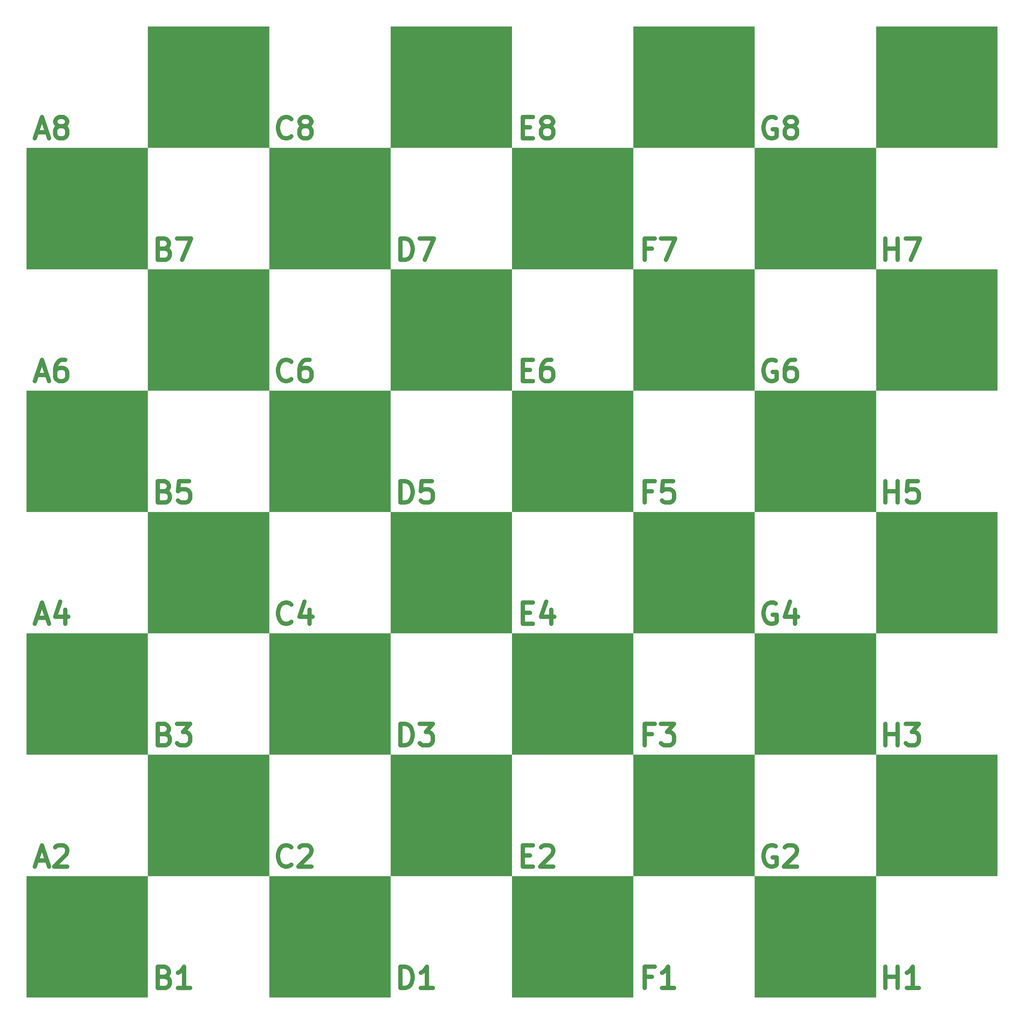
<source format=gbr>
%TF.GenerationSoftware,KiCad,Pcbnew,9.0.4*%
%TF.CreationDate,2025-09-19T10:35:46-04:00*%
%TF.ProjectId,tf_chess,74665f63-6865-4737-932e-6b696361645f,rev?*%
%TF.SameCoordinates,Original*%
%TF.FileFunction,Soldermask,Top*%
%TF.FilePolarity,Negative*%
%FSLAX46Y46*%
G04 Gerber Fmt 4.6, Leading zero omitted, Abs format (unit mm)*
G04 Created by KiCad (PCBNEW 9.0.4) date 2025-09-19 10:35:46*
%MOMM*%
%LPD*%
G01*
G04 APERTURE LIST*
%ADD10C,2.000000*%
G04 APERTURE END LIST*
D10*
X-44642857Y-287665047D02*
X-39880952Y-287665047D01*
X-45595238Y-290522190D02*
X-42261904Y-280522190D01*
X-42261904Y-280522190D02*
X-38928571Y-290522190D01*
X-36071428Y-281474571D02*
X-35595237Y-280998380D01*
X-35595237Y-280998380D02*
X-34642856Y-280522190D01*
X-34642856Y-280522190D02*
X-32261904Y-280522190D01*
X-32261904Y-280522190D02*
X-31309523Y-280998380D01*
X-31309523Y-280998380D02*
X-30833332Y-281474571D01*
X-30833332Y-281474571D02*
X-30357142Y-282426952D01*
X-30357142Y-282426952D02*
X-30357142Y-283379333D01*
X-30357142Y-283379333D02*
X-30833332Y-284807904D01*
X-30833332Y-284807904D02*
X-36547618Y-290522190D01*
X-36547618Y-290522190D02*
X-30357142Y-290522190D01*
X15452380Y-342284095D02*
X16880952Y-342760285D01*
X16880952Y-342760285D02*
X17357142Y-343236476D01*
X17357142Y-343236476D02*
X17833333Y-344188857D01*
X17833333Y-344188857D02*
X17833333Y-345617428D01*
X17833333Y-345617428D02*
X17357142Y-346569809D01*
X17357142Y-346569809D02*
X16880952Y-347046000D01*
X16880952Y-347046000D02*
X15928571Y-347522190D01*
X15928571Y-347522190D02*
X12119047Y-347522190D01*
X12119047Y-347522190D02*
X12119047Y-337522190D01*
X12119047Y-337522190D02*
X15452380Y-337522190D01*
X15452380Y-337522190D02*
X16404761Y-337998380D01*
X16404761Y-337998380D02*
X16880952Y-338474571D01*
X16880952Y-338474571D02*
X17357142Y-339426952D01*
X17357142Y-339426952D02*
X17357142Y-340379333D01*
X17357142Y-340379333D02*
X16880952Y-341331714D01*
X16880952Y-341331714D02*
X16404761Y-341807904D01*
X16404761Y-341807904D02*
X15452380Y-342284095D01*
X15452380Y-342284095D02*
X12119047Y-342284095D01*
X27357142Y-347522190D02*
X21642856Y-347522190D01*
X24499999Y-347522190D02*
X24499999Y-337522190D01*
X24499999Y-337522190D02*
X23547618Y-338950761D01*
X23547618Y-338950761D02*
X22595237Y-339903142D01*
X22595237Y-339903142D02*
X21642856Y-340379333D01*
X126119047Y-347522190D02*
X126119047Y-337522190D01*
X126119047Y-337522190D02*
X128499999Y-337522190D01*
X128499999Y-337522190D02*
X129928571Y-337998380D01*
X129928571Y-337998380D02*
X130880952Y-338950761D01*
X130880952Y-338950761D02*
X131357142Y-339903142D01*
X131357142Y-339903142D02*
X131833333Y-341807904D01*
X131833333Y-341807904D02*
X131833333Y-343236476D01*
X131833333Y-343236476D02*
X131357142Y-345141238D01*
X131357142Y-345141238D02*
X130880952Y-346093619D01*
X130880952Y-346093619D02*
X129928571Y-347046000D01*
X129928571Y-347046000D02*
X128499999Y-347522190D01*
X128499999Y-347522190D02*
X126119047Y-347522190D01*
X141357142Y-347522190D02*
X135642856Y-347522190D01*
X138499999Y-347522190D02*
X138499999Y-337522190D01*
X138499999Y-337522190D02*
X137547618Y-338950761D01*
X137547618Y-338950761D02*
X136595237Y-339903142D01*
X136595237Y-339903142D02*
X135642856Y-340379333D01*
X353880952Y-347522190D02*
X353880952Y-337522190D01*
X353880952Y-342284095D02*
X359595238Y-342284095D01*
X359595238Y-347522190D02*
X359595238Y-337522190D01*
X369595237Y-347522190D02*
X363880951Y-347522190D01*
X366738094Y-347522190D02*
X366738094Y-337522190D01*
X366738094Y-337522190D02*
X365785713Y-338950761D01*
X365785713Y-338950761D02*
X364833332Y-339903142D01*
X364833332Y-339903142D02*
X363880951Y-340379333D01*
X244166666Y-342284095D02*
X240833333Y-342284095D01*
X240833333Y-347522190D02*
X240833333Y-337522190D01*
X240833333Y-337522190D02*
X245595238Y-337522190D01*
X254642857Y-347522190D02*
X248928571Y-347522190D01*
X251785714Y-347522190D02*
X251785714Y-337522190D01*
X251785714Y-337522190D02*
X250833333Y-338950761D01*
X250833333Y-338950761D02*
X249880952Y-339903142D01*
X249880952Y-339903142D02*
X248928571Y-340379333D01*
X74833333Y-289569809D02*
X74357142Y-290046000D01*
X74357142Y-290046000D02*
X72928571Y-290522190D01*
X72928571Y-290522190D02*
X71976190Y-290522190D01*
X71976190Y-290522190D02*
X70547618Y-290046000D01*
X70547618Y-290046000D02*
X69595237Y-289093619D01*
X69595237Y-289093619D02*
X69119047Y-288141238D01*
X69119047Y-288141238D02*
X68642856Y-286236476D01*
X68642856Y-286236476D02*
X68642856Y-284807904D01*
X68642856Y-284807904D02*
X69119047Y-282903142D01*
X69119047Y-282903142D02*
X69595237Y-281950761D01*
X69595237Y-281950761D02*
X70547618Y-280998380D01*
X70547618Y-280998380D02*
X71976190Y-280522190D01*
X71976190Y-280522190D02*
X72928571Y-280522190D01*
X72928571Y-280522190D02*
X74357142Y-280998380D01*
X74357142Y-280998380D02*
X74833333Y-281474571D01*
X78642856Y-281474571D02*
X79119047Y-280998380D01*
X79119047Y-280998380D02*
X80071428Y-280522190D01*
X80071428Y-280522190D02*
X82452380Y-280522190D01*
X82452380Y-280522190D02*
X83404761Y-280998380D01*
X83404761Y-280998380D02*
X83880952Y-281474571D01*
X83880952Y-281474571D02*
X84357142Y-282426952D01*
X84357142Y-282426952D02*
X84357142Y-283379333D01*
X84357142Y-283379333D02*
X83880952Y-284807904D01*
X83880952Y-284807904D02*
X78166666Y-290522190D01*
X78166666Y-290522190D02*
X84357142Y-290522190D01*
X302357142Y-280998380D02*
X301404761Y-280522190D01*
X301404761Y-280522190D02*
X299976190Y-280522190D01*
X299976190Y-280522190D02*
X298547618Y-280998380D01*
X298547618Y-280998380D02*
X297595237Y-281950761D01*
X297595237Y-281950761D02*
X297119047Y-282903142D01*
X297119047Y-282903142D02*
X296642856Y-284807904D01*
X296642856Y-284807904D02*
X296642856Y-286236476D01*
X296642856Y-286236476D02*
X297119047Y-288141238D01*
X297119047Y-288141238D02*
X297595237Y-289093619D01*
X297595237Y-289093619D02*
X298547618Y-290046000D01*
X298547618Y-290046000D02*
X299976190Y-290522190D01*
X299976190Y-290522190D02*
X300928571Y-290522190D01*
X300928571Y-290522190D02*
X302357142Y-290046000D01*
X302357142Y-290046000D02*
X302833333Y-289569809D01*
X302833333Y-289569809D02*
X302833333Y-286236476D01*
X302833333Y-286236476D02*
X300928571Y-286236476D01*
X306642856Y-281474571D02*
X307119047Y-280998380D01*
X307119047Y-280998380D02*
X308071428Y-280522190D01*
X308071428Y-280522190D02*
X310452380Y-280522190D01*
X310452380Y-280522190D02*
X311404761Y-280998380D01*
X311404761Y-280998380D02*
X311880952Y-281474571D01*
X311880952Y-281474571D02*
X312357142Y-282426952D01*
X312357142Y-282426952D02*
X312357142Y-283379333D01*
X312357142Y-283379333D02*
X311880952Y-284807904D01*
X311880952Y-284807904D02*
X306166666Y-290522190D01*
X306166666Y-290522190D02*
X312357142Y-290522190D01*
X183595238Y-285284095D02*
X186928571Y-285284095D01*
X188357143Y-290522190D02*
X183595238Y-290522190D01*
X183595238Y-290522190D02*
X183595238Y-280522190D01*
X183595238Y-280522190D02*
X188357143Y-280522190D01*
X192166666Y-281474571D02*
X192642857Y-280998380D01*
X192642857Y-280998380D02*
X193595238Y-280522190D01*
X193595238Y-280522190D02*
X195976190Y-280522190D01*
X195976190Y-280522190D02*
X196928571Y-280998380D01*
X196928571Y-280998380D02*
X197404762Y-281474571D01*
X197404762Y-281474571D02*
X197880952Y-282426952D01*
X197880952Y-282426952D02*
X197880952Y-283379333D01*
X197880952Y-283379333D02*
X197404762Y-284807904D01*
X197404762Y-284807904D02*
X191690476Y-290522190D01*
X191690476Y-290522190D02*
X197880952Y-290522190D01*
X15452380Y-228284095D02*
X16880952Y-228760285D01*
X16880952Y-228760285D02*
X17357142Y-229236476D01*
X17357142Y-229236476D02*
X17833333Y-230188857D01*
X17833333Y-230188857D02*
X17833333Y-231617428D01*
X17833333Y-231617428D02*
X17357142Y-232569809D01*
X17357142Y-232569809D02*
X16880952Y-233046000D01*
X16880952Y-233046000D02*
X15928571Y-233522190D01*
X15928571Y-233522190D02*
X12119047Y-233522190D01*
X12119047Y-233522190D02*
X12119047Y-223522190D01*
X12119047Y-223522190D02*
X15452380Y-223522190D01*
X15452380Y-223522190D02*
X16404761Y-223998380D01*
X16404761Y-223998380D02*
X16880952Y-224474571D01*
X16880952Y-224474571D02*
X17357142Y-225426952D01*
X17357142Y-225426952D02*
X17357142Y-226379333D01*
X17357142Y-226379333D02*
X16880952Y-227331714D01*
X16880952Y-227331714D02*
X16404761Y-227807904D01*
X16404761Y-227807904D02*
X15452380Y-228284095D01*
X15452380Y-228284095D02*
X12119047Y-228284095D01*
X21166666Y-223522190D02*
X27357142Y-223522190D01*
X27357142Y-223522190D02*
X24023809Y-227331714D01*
X24023809Y-227331714D02*
X25452380Y-227331714D01*
X25452380Y-227331714D02*
X26404761Y-227807904D01*
X26404761Y-227807904D02*
X26880952Y-228284095D01*
X26880952Y-228284095D02*
X27357142Y-229236476D01*
X27357142Y-229236476D02*
X27357142Y-231617428D01*
X27357142Y-231617428D02*
X26880952Y-232569809D01*
X26880952Y-232569809D02*
X26404761Y-233046000D01*
X26404761Y-233046000D02*
X25452380Y-233522190D01*
X25452380Y-233522190D02*
X22595237Y-233522190D01*
X22595237Y-233522190D02*
X21642856Y-233046000D01*
X21642856Y-233046000D02*
X21166666Y-232569809D01*
X74833333Y52430190D02*
X74357142Y51954000D01*
X74357142Y51954000D02*
X72928571Y51477809D01*
X72928571Y51477809D02*
X71976190Y51477809D01*
X71976190Y51477809D02*
X70547618Y51954000D01*
X70547618Y51954000D02*
X69595237Y52906380D01*
X69595237Y52906380D02*
X69119047Y53858761D01*
X69119047Y53858761D02*
X68642856Y55763523D01*
X68642856Y55763523D02*
X68642856Y57192095D01*
X68642856Y57192095D02*
X69119047Y59096857D01*
X69119047Y59096857D02*
X69595237Y60049238D01*
X69595237Y60049238D02*
X70547618Y61001619D01*
X70547618Y61001619D02*
X71976190Y61477809D01*
X71976190Y61477809D02*
X72928571Y61477809D01*
X72928571Y61477809D02*
X74357142Y61001619D01*
X74357142Y61001619D02*
X74833333Y60525428D01*
X80547618Y57192095D02*
X79595237Y57668285D01*
X79595237Y57668285D02*
X79119047Y58144476D01*
X79119047Y58144476D02*
X78642856Y59096857D01*
X78642856Y59096857D02*
X78642856Y59573047D01*
X78642856Y59573047D02*
X79119047Y60525428D01*
X79119047Y60525428D02*
X79595237Y61001619D01*
X79595237Y61001619D02*
X80547618Y61477809D01*
X80547618Y61477809D02*
X82452380Y61477809D01*
X82452380Y61477809D02*
X83404761Y61001619D01*
X83404761Y61001619D02*
X83880952Y60525428D01*
X83880952Y60525428D02*
X84357142Y59573047D01*
X84357142Y59573047D02*
X84357142Y59096857D01*
X84357142Y59096857D02*
X83880952Y58144476D01*
X83880952Y58144476D02*
X83404761Y57668285D01*
X83404761Y57668285D02*
X82452380Y57192095D01*
X82452380Y57192095D02*
X80547618Y57192095D01*
X80547618Y57192095D02*
X79595237Y56715904D01*
X79595237Y56715904D02*
X79119047Y56239714D01*
X79119047Y56239714D02*
X78642856Y55287333D01*
X78642856Y55287333D02*
X78642856Y53382571D01*
X78642856Y53382571D02*
X79119047Y52430190D01*
X79119047Y52430190D02*
X79595237Y51954000D01*
X79595237Y51954000D02*
X80547618Y51477809D01*
X80547618Y51477809D02*
X82452380Y51477809D01*
X82452380Y51477809D02*
X83404761Y51954000D01*
X83404761Y51954000D02*
X83880952Y52430190D01*
X83880952Y52430190D02*
X84357142Y53382571D01*
X84357142Y53382571D02*
X84357142Y55287333D01*
X84357142Y55287333D02*
X83880952Y56239714D01*
X83880952Y56239714D02*
X83404761Y56715904D01*
X83404761Y56715904D02*
X82452380Y57192095D01*
X353880952Y-5522190D02*
X353880952Y4477809D01*
X353880952Y-284095D02*
X359595238Y-284095D01*
X359595238Y-5522190D02*
X359595238Y4477809D01*
X363404761Y4477809D02*
X370071428Y4477809D01*
X370071428Y4477809D02*
X365785713Y-5522190D01*
X302357142Y61001619D02*
X301404761Y61477809D01*
X301404761Y61477809D02*
X299976190Y61477809D01*
X299976190Y61477809D02*
X298547618Y61001619D01*
X298547618Y61001619D02*
X297595237Y60049238D01*
X297595237Y60049238D02*
X297119047Y59096857D01*
X297119047Y59096857D02*
X296642856Y57192095D01*
X296642856Y57192095D02*
X296642856Y55763523D01*
X296642856Y55763523D02*
X297119047Y53858761D01*
X297119047Y53858761D02*
X297595237Y52906380D01*
X297595237Y52906380D02*
X298547618Y51954000D01*
X298547618Y51954000D02*
X299976190Y51477809D01*
X299976190Y51477809D02*
X300928571Y51477809D01*
X300928571Y51477809D02*
X302357142Y51954000D01*
X302357142Y51954000D02*
X302833333Y52430190D01*
X302833333Y52430190D02*
X302833333Y55763523D01*
X302833333Y55763523D02*
X300928571Y55763523D01*
X308547618Y57192095D02*
X307595237Y57668285D01*
X307595237Y57668285D02*
X307119047Y58144476D01*
X307119047Y58144476D02*
X306642856Y59096857D01*
X306642856Y59096857D02*
X306642856Y59573047D01*
X306642856Y59573047D02*
X307119047Y60525428D01*
X307119047Y60525428D02*
X307595237Y61001619D01*
X307595237Y61001619D02*
X308547618Y61477809D01*
X308547618Y61477809D02*
X310452380Y61477809D01*
X310452380Y61477809D02*
X311404761Y61001619D01*
X311404761Y61001619D02*
X311880952Y60525428D01*
X311880952Y60525428D02*
X312357142Y59573047D01*
X312357142Y59573047D02*
X312357142Y59096857D01*
X312357142Y59096857D02*
X311880952Y58144476D01*
X311880952Y58144476D02*
X311404761Y57668285D01*
X311404761Y57668285D02*
X310452380Y57192095D01*
X310452380Y57192095D02*
X308547618Y57192095D01*
X308547618Y57192095D02*
X307595237Y56715904D01*
X307595237Y56715904D02*
X307119047Y56239714D01*
X307119047Y56239714D02*
X306642856Y55287333D01*
X306642856Y55287333D02*
X306642856Y53382571D01*
X306642856Y53382571D02*
X307119047Y52430190D01*
X307119047Y52430190D02*
X307595237Y51954000D01*
X307595237Y51954000D02*
X308547618Y51477809D01*
X308547618Y51477809D02*
X310452380Y51477809D01*
X310452380Y51477809D02*
X311404761Y51954000D01*
X311404761Y51954000D02*
X311880952Y52430190D01*
X311880952Y52430190D02*
X312357142Y53382571D01*
X312357142Y53382571D02*
X312357142Y55287333D01*
X312357142Y55287333D02*
X311880952Y56239714D01*
X311880952Y56239714D02*
X311404761Y56715904D01*
X311404761Y56715904D02*
X310452380Y57192095D01*
X183595238Y56715904D02*
X186928571Y56715904D01*
X188357143Y51477809D02*
X183595238Y51477809D01*
X183595238Y51477809D02*
X183595238Y61477809D01*
X183595238Y61477809D02*
X188357143Y61477809D01*
X194071428Y57192095D02*
X193119047Y57668285D01*
X193119047Y57668285D02*
X192642857Y58144476D01*
X192642857Y58144476D02*
X192166666Y59096857D01*
X192166666Y59096857D02*
X192166666Y59573047D01*
X192166666Y59573047D02*
X192642857Y60525428D01*
X192642857Y60525428D02*
X193119047Y61001619D01*
X193119047Y61001619D02*
X194071428Y61477809D01*
X194071428Y61477809D02*
X195976190Y61477809D01*
X195976190Y61477809D02*
X196928571Y61001619D01*
X196928571Y61001619D02*
X197404762Y60525428D01*
X197404762Y60525428D02*
X197880952Y59573047D01*
X197880952Y59573047D02*
X197880952Y59096857D01*
X197880952Y59096857D02*
X197404762Y58144476D01*
X197404762Y58144476D02*
X196928571Y57668285D01*
X196928571Y57668285D02*
X195976190Y57192095D01*
X195976190Y57192095D02*
X194071428Y57192095D01*
X194071428Y57192095D02*
X193119047Y56715904D01*
X193119047Y56715904D02*
X192642857Y56239714D01*
X192642857Y56239714D02*
X192166666Y55287333D01*
X192166666Y55287333D02*
X192166666Y53382571D01*
X192166666Y53382571D02*
X192642857Y52430190D01*
X192642857Y52430190D02*
X193119047Y51954000D01*
X193119047Y51954000D02*
X194071428Y51477809D01*
X194071428Y51477809D02*
X195976190Y51477809D01*
X195976190Y51477809D02*
X196928571Y51954000D01*
X196928571Y51954000D02*
X197404762Y52430190D01*
X197404762Y52430190D02*
X197880952Y53382571D01*
X197880952Y53382571D02*
X197880952Y55287333D01*
X197880952Y55287333D02*
X197404762Y56239714D01*
X197404762Y56239714D02*
X196928571Y56715904D01*
X196928571Y56715904D02*
X195976190Y57192095D01*
X-44642857Y54334952D02*
X-39880952Y54334952D01*
X-45595238Y51477809D02*
X-42261904Y61477809D01*
X-42261904Y61477809D02*
X-38928571Y51477809D01*
X-34166666Y57192095D02*
X-35119047Y57668285D01*
X-35119047Y57668285D02*
X-35595237Y58144476D01*
X-35595237Y58144476D02*
X-36071428Y59096857D01*
X-36071428Y59096857D02*
X-36071428Y59573047D01*
X-36071428Y59573047D02*
X-35595237Y60525428D01*
X-35595237Y60525428D02*
X-35119047Y61001619D01*
X-35119047Y61001619D02*
X-34166666Y61477809D01*
X-34166666Y61477809D02*
X-32261904Y61477809D01*
X-32261904Y61477809D02*
X-31309523Y61001619D01*
X-31309523Y61001619D02*
X-30833332Y60525428D01*
X-30833332Y60525428D02*
X-30357142Y59573047D01*
X-30357142Y59573047D02*
X-30357142Y59096857D01*
X-30357142Y59096857D02*
X-30833332Y58144476D01*
X-30833332Y58144476D02*
X-31309523Y57668285D01*
X-31309523Y57668285D02*
X-32261904Y57192095D01*
X-32261904Y57192095D02*
X-34166666Y57192095D01*
X-34166666Y57192095D02*
X-35119047Y56715904D01*
X-35119047Y56715904D02*
X-35595237Y56239714D01*
X-35595237Y56239714D02*
X-36071428Y55287333D01*
X-36071428Y55287333D02*
X-36071428Y53382571D01*
X-36071428Y53382571D02*
X-35595237Y52430190D01*
X-35595237Y52430190D02*
X-35119047Y51954000D01*
X-35119047Y51954000D02*
X-34166666Y51477809D01*
X-34166666Y51477809D02*
X-32261904Y51477809D01*
X-32261904Y51477809D02*
X-31309523Y51954000D01*
X-31309523Y51954000D02*
X-30833332Y52430190D01*
X-30833332Y52430190D02*
X-30357142Y53382571D01*
X-30357142Y53382571D02*
X-30357142Y55287333D01*
X-30357142Y55287333D02*
X-30833332Y56239714D01*
X-30833332Y56239714D02*
X-31309523Y56715904D01*
X-31309523Y56715904D02*
X-32261904Y57192095D01*
G36*
X235500000Y104000000D02*
G01*
X292500000Y104000000D01*
X292500000Y47000000D01*
X235500000Y47000000D01*
X235500000Y104000000D01*
G37*
G36*
X349500000Y104000000D02*
G01*
X406500000Y104000000D01*
X406500000Y47000000D01*
X349500000Y47000000D01*
X349500000Y104000000D01*
G37*
G36*
X7500000Y104000000D02*
G01*
X64500000Y104000000D01*
X64500000Y47000000D01*
X7500000Y47000000D01*
X7500000Y104000000D01*
G37*
G36*
X178500000Y47000000D02*
G01*
X235500000Y47000000D01*
X235500000Y-10000000D01*
X178500000Y-10000000D01*
X178500000Y47000000D01*
G37*
G36*
X292500000Y47000000D02*
G01*
X349500000Y47000000D01*
X349500000Y-10000000D01*
X292500000Y-10000000D01*
X292500000Y47000000D01*
G37*
G36*
X235500000Y-10000000D02*
G01*
X292500000Y-10000000D01*
X292500000Y-67000000D01*
X235500000Y-67000000D01*
X235500000Y-10000000D01*
G37*
G36*
X64500000Y47000000D02*
G01*
X121500000Y47000000D01*
X121500000Y-10000000D01*
X64500000Y-10000000D01*
X64500000Y47000000D01*
G37*
G36*
X-49500000Y47000000D02*
G01*
X7500000Y47000000D01*
X7500000Y-10000000D01*
X-49500000Y-10000000D01*
X-49500000Y47000000D01*
G37*
G36*
X349500000Y-10000000D02*
G01*
X406500000Y-10000000D01*
X406500000Y-67000000D01*
X349500000Y-67000000D01*
X349500000Y-10000000D01*
G37*
G36*
X121500000Y104000000D02*
G01*
X178500000Y104000000D01*
X178500000Y47000000D01*
X121500000Y47000000D01*
X121500000Y104000000D01*
G37*
X126119047Y-5522190D02*
X126119047Y4477809D01*
X126119047Y4477809D02*
X128499999Y4477809D01*
X128499999Y4477809D02*
X129928571Y4001619D01*
X129928571Y4001619D02*
X130880952Y3049238D01*
X130880952Y3049238D02*
X131357142Y2096857D01*
X131357142Y2096857D02*
X131833333Y192095D01*
X131833333Y192095D02*
X131833333Y-1236476D01*
X131833333Y-1236476D02*
X131357142Y-3141238D01*
X131357142Y-3141238D02*
X130880952Y-4093619D01*
X130880952Y-4093619D02*
X129928571Y-5046000D01*
X129928571Y-5046000D02*
X128499999Y-5522190D01*
X128499999Y-5522190D02*
X126119047Y-5522190D01*
X135166666Y4477809D02*
X141833333Y4477809D01*
X141833333Y4477809D02*
X137547618Y-5522190D01*
X244166666Y-284095D02*
X240833333Y-284095D01*
X240833333Y-5522190D02*
X240833333Y4477809D01*
X240833333Y4477809D02*
X245595238Y4477809D01*
X248452381Y4477809D02*
X255119048Y4477809D01*
X255119048Y4477809D02*
X250833333Y-5522190D01*
X15452380Y-284095D02*
X16880952Y-760285D01*
X16880952Y-760285D02*
X17357142Y-1236476D01*
X17357142Y-1236476D02*
X17833333Y-2188857D01*
X17833333Y-2188857D02*
X17833333Y-3617428D01*
X17833333Y-3617428D02*
X17357142Y-4569809D01*
X17357142Y-4569809D02*
X16880952Y-5046000D01*
X16880952Y-5046000D02*
X15928571Y-5522190D01*
X15928571Y-5522190D02*
X12119047Y-5522190D01*
X12119047Y-5522190D02*
X12119047Y4477809D01*
X12119047Y4477809D02*
X15452380Y4477809D01*
X15452380Y4477809D02*
X16404761Y4001619D01*
X16404761Y4001619D02*
X16880952Y3525428D01*
X16880952Y3525428D02*
X17357142Y2573047D01*
X17357142Y2573047D02*
X17357142Y1620666D01*
X17357142Y1620666D02*
X16880952Y668285D01*
X16880952Y668285D02*
X16404761Y192095D01*
X16404761Y192095D02*
X15452380Y-284095D01*
X15452380Y-284095D02*
X12119047Y-284095D01*
X21166666Y4477809D02*
X27833333Y4477809D01*
X27833333Y4477809D02*
X23547618Y-5522190D01*
X302357142Y-52998380D02*
X301404761Y-52522190D01*
X301404761Y-52522190D02*
X299976190Y-52522190D01*
X299976190Y-52522190D02*
X298547618Y-52998380D01*
X298547618Y-52998380D02*
X297595237Y-53950761D01*
X297595237Y-53950761D02*
X297119047Y-54903142D01*
X297119047Y-54903142D02*
X296642856Y-56807904D01*
X296642856Y-56807904D02*
X296642856Y-58236476D01*
X296642856Y-58236476D02*
X297119047Y-60141238D01*
X297119047Y-60141238D02*
X297595237Y-61093619D01*
X297595237Y-61093619D02*
X298547618Y-62046000D01*
X298547618Y-62046000D02*
X299976190Y-62522190D01*
X299976190Y-62522190D02*
X300928571Y-62522190D01*
X300928571Y-62522190D02*
X302357142Y-62046000D01*
X302357142Y-62046000D02*
X302833333Y-61569809D01*
X302833333Y-61569809D02*
X302833333Y-58236476D01*
X302833333Y-58236476D02*
X300928571Y-58236476D01*
X311404761Y-52522190D02*
X309499999Y-52522190D01*
X309499999Y-52522190D02*
X308547618Y-52998380D01*
X308547618Y-52998380D02*
X308071428Y-53474571D01*
X308071428Y-53474571D02*
X307119047Y-54903142D01*
X307119047Y-54903142D02*
X306642856Y-56807904D01*
X306642856Y-56807904D02*
X306642856Y-60617428D01*
X306642856Y-60617428D02*
X307119047Y-61569809D01*
X307119047Y-61569809D02*
X307595237Y-62046000D01*
X307595237Y-62046000D02*
X308547618Y-62522190D01*
X308547618Y-62522190D02*
X310452380Y-62522190D01*
X310452380Y-62522190D02*
X311404761Y-62046000D01*
X311404761Y-62046000D02*
X311880952Y-61569809D01*
X311880952Y-61569809D02*
X312357142Y-60617428D01*
X312357142Y-60617428D02*
X312357142Y-58236476D01*
X312357142Y-58236476D02*
X311880952Y-57284095D01*
X311880952Y-57284095D02*
X311404761Y-56807904D01*
X311404761Y-56807904D02*
X310452380Y-56331714D01*
X310452380Y-56331714D02*
X308547618Y-56331714D01*
X308547618Y-56331714D02*
X307595237Y-56807904D01*
X307595237Y-56807904D02*
X307119047Y-57284095D01*
X307119047Y-57284095D02*
X306642856Y-58236476D01*
X183595238Y-57284095D02*
X186928571Y-57284095D01*
X188357143Y-62522190D02*
X183595238Y-62522190D01*
X183595238Y-62522190D02*
X183595238Y-52522190D01*
X183595238Y-52522190D02*
X188357143Y-52522190D01*
X196928571Y-52522190D02*
X195023809Y-52522190D01*
X195023809Y-52522190D02*
X194071428Y-52998380D01*
X194071428Y-52998380D02*
X193595238Y-53474571D01*
X193595238Y-53474571D02*
X192642857Y-54903142D01*
X192642857Y-54903142D02*
X192166666Y-56807904D01*
X192166666Y-56807904D02*
X192166666Y-60617428D01*
X192166666Y-60617428D02*
X192642857Y-61569809D01*
X192642857Y-61569809D02*
X193119047Y-62046000D01*
X193119047Y-62046000D02*
X194071428Y-62522190D01*
X194071428Y-62522190D02*
X195976190Y-62522190D01*
X195976190Y-62522190D02*
X196928571Y-62046000D01*
X196928571Y-62046000D02*
X197404762Y-61569809D01*
X197404762Y-61569809D02*
X197880952Y-60617428D01*
X197880952Y-60617428D02*
X197880952Y-58236476D01*
X197880952Y-58236476D02*
X197404762Y-57284095D01*
X197404762Y-57284095D02*
X196928571Y-56807904D01*
X196928571Y-56807904D02*
X195976190Y-56331714D01*
X195976190Y-56331714D02*
X194071428Y-56331714D01*
X194071428Y-56331714D02*
X193119047Y-56807904D01*
X193119047Y-56807904D02*
X192642857Y-57284095D01*
X192642857Y-57284095D02*
X192166666Y-58236476D01*
X-44642857Y-59665047D02*
X-39880952Y-59665047D01*
X-45595238Y-62522190D02*
X-42261904Y-52522190D01*
X-42261904Y-52522190D02*
X-38928571Y-62522190D01*
X-31309523Y-52522190D02*
X-33214285Y-52522190D01*
X-33214285Y-52522190D02*
X-34166666Y-52998380D01*
X-34166666Y-52998380D02*
X-34642856Y-53474571D01*
X-34642856Y-53474571D02*
X-35595237Y-54903142D01*
X-35595237Y-54903142D02*
X-36071428Y-56807904D01*
X-36071428Y-56807904D02*
X-36071428Y-60617428D01*
X-36071428Y-60617428D02*
X-35595237Y-61569809D01*
X-35595237Y-61569809D02*
X-35119047Y-62046000D01*
X-35119047Y-62046000D02*
X-34166666Y-62522190D01*
X-34166666Y-62522190D02*
X-32261904Y-62522190D01*
X-32261904Y-62522190D02*
X-31309523Y-62046000D01*
X-31309523Y-62046000D02*
X-30833332Y-61569809D01*
X-30833332Y-61569809D02*
X-30357142Y-60617428D01*
X-30357142Y-60617428D02*
X-30357142Y-58236476D01*
X-30357142Y-58236476D02*
X-30833332Y-57284095D01*
X-30833332Y-57284095D02*
X-31309523Y-56807904D01*
X-31309523Y-56807904D02*
X-32261904Y-56331714D01*
X-32261904Y-56331714D02*
X-34166666Y-56331714D01*
X-34166666Y-56331714D02*
X-35119047Y-56807904D01*
X-35119047Y-56807904D02*
X-35595237Y-57284095D01*
X-35595237Y-57284095D02*
X-36071428Y-58236476D01*
X244166666Y-114284095D02*
X240833333Y-114284095D01*
X240833333Y-119522190D02*
X240833333Y-109522190D01*
X240833333Y-109522190D02*
X245595238Y-109522190D01*
X254166667Y-109522190D02*
X249404762Y-109522190D01*
X249404762Y-109522190D02*
X248928571Y-114284095D01*
X248928571Y-114284095D02*
X249404762Y-113807904D01*
X249404762Y-113807904D02*
X250357143Y-113331714D01*
X250357143Y-113331714D02*
X252738095Y-113331714D01*
X252738095Y-113331714D02*
X253690476Y-113807904D01*
X253690476Y-113807904D02*
X254166667Y-114284095D01*
X254166667Y-114284095D02*
X254642857Y-115236476D01*
X254642857Y-115236476D02*
X254642857Y-117617428D01*
X254642857Y-117617428D02*
X254166667Y-118569809D01*
X254166667Y-118569809D02*
X253690476Y-119046000D01*
X253690476Y-119046000D02*
X252738095Y-119522190D01*
X252738095Y-119522190D02*
X250357143Y-119522190D01*
X250357143Y-119522190D02*
X249404762Y-119046000D01*
X249404762Y-119046000D02*
X248928571Y-118569809D01*
X74833333Y-61569809D02*
X74357142Y-62046000D01*
X74357142Y-62046000D02*
X72928571Y-62522190D01*
X72928571Y-62522190D02*
X71976190Y-62522190D01*
X71976190Y-62522190D02*
X70547618Y-62046000D01*
X70547618Y-62046000D02*
X69595237Y-61093619D01*
X69595237Y-61093619D02*
X69119047Y-60141238D01*
X69119047Y-60141238D02*
X68642856Y-58236476D01*
X68642856Y-58236476D02*
X68642856Y-56807904D01*
X68642856Y-56807904D02*
X69119047Y-54903142D01*
X69119047Y-54903142D02*
X69595237Y-53950761D01*
X69595237Y-53950761D02*
X70547618Y-52998380D01*
X70547618Y-52998380D02*
X71976190Y-52522190D01*
X71976190Y-52522190D02*
X72928571Y-52522190D01*
X72928571Y-52522190D02*
X74357142Y-52998380D01*
X74357142Y-52998380D02*
X74833333Y-53474571D01*
X83404761Y-52522190D02*
X81499999Y-52522190D01*
X81499999Y-52522190D02*
X80547618Y-52998380D01*
X80547618Y-52998380D02*
X80071428Y-53474571D01*
X80071428Y-53474571D02*
X79119047Y-54903142D01*
X79119047Y-54903142D02*
X78642856Y-56807904D01*
X78642856Y-56807904D02*
X78642856Y-60617428D01*
X78642856Y-60617428D02*
X79119047Y-61569809D01*
X79119047Y-61569809D02*
X79595237Y-62046000D01*
X79595237Y-62046000D02*
X80547618Y-62522190D01*
X80547618Y-62522190D02*
X82452380Y-62522190D01*
X82452380Y-62522190D02*
X83404761Y-62046000D01*
X83404761Y-62046000D02*
X83880952Y-61569809D01*
X83880952Y-61569809D02*
X84357142Y-60617428D01*
X84357142Y-60617428D02*
X84357142Y-58236476D01*
X84357142Y-58236476D02*
X83880952Y-57284095D01*
X83880952Y-57284095D02*
X83404761Y-56807904D01*
X83404761Y-56807904D02*
X82452380Y-56331714D01*
X82452380Y-56331714D02*
X80547618Y-56331714D01*
X80547618Y-56331714D02*
X79595237Y-56807904D01*
X79595237Y-56807904D02*
X79119047Y-57284095D01*
X79119047Y-57284095D02*
X78642856Y-58236476D01*
X15452380Y-114284095D02*
X16880952Y-114760285D01*
X16880952Y-114760285D02*
X17357142Y-115236476D01*
X17357142Y-115236476D02*
X17833333Y-116188857D01*
X17833333Y-116188857D02*
X17833333Y-117617428D01*
X17833333Y-117617428D02*
X17357142Y-118569809D01*
X17357142Y-118569809D02*
X16880952Y-119046000D01*
X16880952Y-119046000D02*
X15928571Y-119522190D01*
X15928571Y-119522190D02*
X12119047Y-119522190D01*
X12119047Y-119522190D02*
X12119047Y-109522190D01*
X12119047Y-109522190D02*
X15452380Y-109522190D01*
X15452380Y-109522190D02*
X16404761Y-109998380D01*
X16404761Y-109998380D02*
X16880952Y-110474571D01*
X16880952Y-110474571D02*
X17357142Y-111426952D01*
X17357142Y-111426952D02*
X17357142Y-112379333D01*
X17357142Y-112379333D02*
X16880952Y-113331714D01*
X16880952Y-113331714D02*
X16404761Y-113807904D01*
X16404761Y-113807904D02*
X15452380Y-114284095D01*
X15452380Y-114284095D02*
X12119047Y-114284095D01*
X26880952Y-109522190D02*
X22119047Y-109522190D01*
X22119047Y-109522190D02*
X21642856Y-114284095D01*
X21642856Y-114284095D02*
X22119047Y-113807904D01*
X22119047Y-113807904D02*
X23071428Y-113331714D01*
X23071428Y-113331714D02*
X25452380Y-113331714D01*
X25452380Y-113331714D02*
X26404761Y-113807904D01*
X26404761Y-113807904D02*
X26880952Y-114284095D01*
X26880952Y-114284095D02*
X27357142Y-115236476D01*
X27357142Y-115236476D02*
X27357142Y-117617428D01*
X27357142Y-117617428D02*
X26880952Y-118569809D01*
X26880952Y-118569809D02*
X26404761Y-119046000D01*
X26404761Y-119046000D02*
X25452380Y-119522190D01*
X25452380Y-119522190D02*
X23071428Y-119522190D01*
X23071428Y-119522190D02*
X22119047Y-119046000D01*
X22119047Y-119046000D02*
X21642856Y-118569809D01*
X353880952Y-119522190D02*
X353880952Y-109522190D01*
X353880952Y-114284095D02*
X359595238Y-114284095D01*
X359595238Y-119522190D02*
X359595238Y-109522190D01*
X369119047Y-109522190D02*
X364357142Y-109522190D01*
X364357142Y-109522190D02*
X363880951Y-114284095D01*
X363880951Y-114284095D02*
X364357142Y-113807904D01*
X364357142Y-113807904D02*
X365309523Y-113331714D01*
X365309523Y-113331714D02*
X367690475Y-113331714D01*
X367690475Y-113331714D02*
X368642856Y-113807904D01*
X368642856Y-113807904D02*
X369119047Y-114284095D01*
X369119047Y-114284095D02*
X369595237Y-115236476D01*
X369595237Y-115236476D02*
X369595237Y-117617428D01*
X369595237Y-117617428D02*
X369119047Y-118569809D01*
X369119047Y-118569809D02*
X368642856Y-119046000D01*
X368642856Y-119046000D02*
X367690475Y-119522190D01*
X367690475Y-119522190D02*
X365309523Y-119522190D01*
X365309523Y-119522190D02*
X364357142Y-119046000D01*
X364357142Y-119046000D02*
X363880951Y-118569809D01*
X126119047Y-119522190D02*
X126119047Y-109522190D01*
X126119047Y-109522190D02*
X128499999Y-109522190D01*
X128499999Y-109522190D02*
X129928571Y-109998380D01*
X129928571Y-109998380D02*
X130880952Y-110950761D01*
X130880952Y-110950761D02*
X131357142Y-111903142D01*
X131357142Y-111903142D02*
X131833333Y-113807904D01*
X131833333Y-113807904D02*
X131833333Y-115236476D01*
X131833333Y-115236476D02*
X131357142Y-117141238D01*
X131357142Y-117141238D02*
X130880952Y-118093619D01*
X130880952Y-118093619D02*
X129928571Y-119046000D01*
X129928571Y-119046000D02*
X128499999Y-119522190D01*
X128499999Y-119522190D02*
X126119047Y-119522190D01*
X140880952Y-109522190D02*
X136119047Y-109522190D01*
X136119047Y-109522190D02*
X135642856Y-114284095D01*
X135642856Y-114284095D02*
X136119047Y-113807904D01*
X136119047Y-113807904D02*
X137071428Y-113331714D01*
X137071428Y-113331714D02*
X139452380Y-113331714D01*
X139452380Y-113331714D02*
X140404761Y-113807904D01*
X140404761Y-113807904D02*
X140880952Y-114284095D01*
X140880952Y-114284095D02*
X141357142Y-115236476D01*
X141357142Y-115236476D02*
X141357142Y-117617428D01*
X141357142Y-117617428D02*
X140880952Y-118569809D01*
X140880952Y-118569809D02*
X140404761Y-119046000D01*
X140404761Y-119046000D02*
X139452380Y-119522190D01*
X139452380Y-119522190D02*
X137071428Y-119522190D01*
X137071428Y-119522190D02*
X136119047Y-119046000D01*
X136119047Y-119046000D02*
X135642856Y-118569809D01*
X244166666Y-228284095D02*
X240833333Y-228284095D01*
X240833333Y-233522190D02*
X240833333Y-223522190D01*
X240833333Y-223522190D02*
X245595238Y-223522190D01*
X248452381Y-223522190D02*
X254642857Y-223522190D01*
X254642857Y-223522190D02*
X251309524Y-227331714D01*
X251309524Y-227331714D02*
X252738095Y-227331714D01*
X252738095Y-227331714D02*
X253690476Y-227807904D01*
X253690476Y-227807904D02*
X254166667Y-228284095D01*
X254166667Y-228284095D02*
X254642857Y-229236476D01*
X254642857Y-229236476D02*
X254642857Y-231617428D01*
X254642857Y-231617428D02*
X254166667Y-232569809D01*
X254166667Y-232569809D02*
X253690476Y-233046000D01*
X253690476Y-233046000D02*
X252738095Y-233522190D01*
X252738095Y-233522190D02*
X249880952Y-233522190D01*
X249880952Y-233522190D02*
X248928571Y-233046000D01*
X248928571Y-233046000D02*
X248452381Y-232569809D01*
X126119047Y-233522190D02*
X126119047Y-223522190D01*
X126119047Y-223522190D02*
X128499999Y-223522190D01*
X128499999Y-223522190D02*
X129928571Y-223998380D01*
X129928571Y-223998380D02*
X130880952Y-224950761D01*
X130880952Y-224950761D02*
X131357142Y-225903142D01*
X131357142Y-225903142D02*
X131833333Y-227807904D01*
X131833333Y-227807904D02*
X131833333Y-229236476D01*
X131833333Y-229236476D02*
X131357142Y-231141238D01*
X131357142Y-231141238D02*
X130880952Y-232093619D01*
X130880952Y-232093619D02*
X129928571Y-233046000D01*
X129928571Y-233046000D02*
X128499999Y-233522190D01*
X128499999Y-233522190D02*
X126119047Y-233522190D01*
X135166666Y-223522190D02*
X141357142Y-223522190D01*
X141357142Y-223522190D02*
X138023809Y-227331714D01*
X138023809Y-227331714D02*
X139452380Y-227331714D01*
X139452380Y-227331714D02*
X140404761Y-227807904D01*
X140404761Y-227807904D02*
X140880952Y-228284095D01*
X140880952Y-228284095D02*
X141357142Y-229236476D01*
X141357142Y-229236476D02*
X141357142Y-231617428D01*
X141357142Y-231617428D02*
X140880952Y-232569809D01*
X140880952Y-232569809D02*
X140404761Y-233046000D01*
X140404761Y-233046000D02*
X139452380Y-233522190D01*
X139452380Y-233522190D02*
X136595237Y-233522190D01*
X136595237Y-233522190D02*
X135642856Y-233046000D01*
X135642856Y-233046000D02*
X135166666Y-232569809D01*
X302357142Y-166998380D02*
X301404761Y-166522190D01*
X301404761Y-166522190D02*
X299976190Y-166522190D01*
X299976190Y-166522190D02*
X298547618Y-166998380D01*
X298547618Y-166998380D02*
X297595237Y-167950761D01*
X297595237Y-167950761D02*
X297119047Y-168903142D01*
X297119047Y-168903142D02*
X296642856Y-170807904D01*
X296642856Y-170807904D02*
X296642856Y-172236476D01*
X296642856Y-172236476D02*
X297119047Y-174141238D01*
X297119047Y-174141238D02*
X297595237Y-175093619D01*
X297595237Y-175093619D02*
X298547618Y-176046000D01*
X298547618Y-176046000D02*
X299976190Y-176522190D01*
X299976190Y-176522190D02*
X300928571Y-176522190D01*
X300928571Y-176522190D02*
X302357142Y-176046000D01*
X302357142Y-176046000D02*
X302833333Y-175569809D01*
X302833333Y-175569809D02*
X302833333Y-172236476D01*
X302833333Y-172236476D02*
X300928571Y-172236476D01*
X311404761Y-169855523D02*
X311404761Y-176522190D01*
X309023809Y-166046000D02*
X306642856Y-173188857D01*
X306642856Y-173188857D02*
X312833333Y-173188857D01*
X74833333Y-175569809D02*
X74357142Y-176046000D01*
X74357142Y-176046000D02*
X72928571Y-176522190D01*
X72928571Y-176522190D02*
X71976190Y-176522190D01*
X71976190Y-176522190D02*
X70547618Y-176046000D01*
X70547618Y-176046000D02*
X69595237Y-175093619D01*
X69595237Y-175093619D02*
X69119047Y-174141238D01*
X69119047Y-174141238D02*
X68642856Y-172236476D01*
X68642856Y-172236476D02*
X68642856Y-170807904D01*
X68642856Y-170807904D02*
X69119047Y-168903142D01*
X69119047Y-168903142D02*
X69595237Y-167950761D01*
X69595237Y-167950761D02*
X70547618Y-166998380D01*
X70547618Y-166998380D02*
X71976190Y-166522190D01*
X71976190Y-166522190D02*
X72928571Y-166522190D01*
X72928571Y-166522190D02*
X74357142Y-166998380D01*
X74357142Y-166998380D02*
X74833333Y-167474571D01*
X83404761Y-169855523D02*
X83404761Y-176522190D01*
X81023809Y-166046000D02*
X78642856Y-173188857D01*
X78642856Y-173188857D02*
X84833333Y-173188857D01*
X-44642857Y-173665047D02*
X-39880952Y-173665047D01*
X-45595238Y-176522190D02*
X-42261904Y-166522190D01*
X-42261904Y-166522190D02*
X-38928571Y-176522190D01*
X-31309523Y-169855523D02*
X-31309523Y-176522190D01*
X-33690475Y-166046000D02*
X-36071428Y-173188857D01*
X-36071428Y-173188857D02*
X-29880951Y-173188857D01*
X353880952Y-233522190D02*
X353880952Y-223522190D01*
X353880952Y-228284095D02*
X359595238Y-228284095D01*
X359595238Y-233522190D02*
X359595238Y-223522190D01*
X363404761Y-223522190D02*
X369595237Y-223522190D01*
X369595237Y-223522190D02*
X366261904Y-227331714D01*
X366261904Y-227331714D02*
X367690475Y-227331714D01*
X367690475Y-227331714D02*
X368642856Y-227807904D01*
X368642856Y-227807904D02*
X369119047Y-228284095D01*
X369119047Y-228284095D02*
X369595237Y-229236476D01*
X369595237Y-229236476D02*
X369595237Y-231617428D01*
X369595237Y-231617428D02*
X369119047Y-232569809D01*
X369119047Y-232569809D02*
X368642856Y-233046000D01*
X368642856Y-233046000D02*
X367690475Y-233522190D01*
X367690475Y-233522190D02*
X364833332Y-233522190D01*
X364833332Y-233522190D02*
X363880951Y-233046000D01*
X363880951Y-233046000D02*
X363404761Y-232569809D01*
X183595238Y-171284095D02*
X186928571Y-171284095D01*
X188357143Y-176522190D02*
X183595238Y-176522190D01*
X183595238Y-176522190D02*
X183595238Y-166522190D01*
X183595238Y-166522190D02*
X188357143Y-166522190D01*
X196928571Y-169855523D02*
X196928571Y-176522190D01*
X194547619Y-166046000D02*
X192166666Y-173188857D01*
X192166666Y-173188857D02*
X198357143Y-173188857D01*
G36*
X178500000Y-67000000D02*
G01*
X235500000Y-67000000D01*
X235500000Y-124000000D01*
X178500000Y-124000000D01*
X178500000Y-67000000D01*
G37*
G36*
X121500000Y-10000000D02*
G01*
X178500000Y-10000000D01*
X178500000Y-67000000D01*
X121500000Y-67000000D01*
X121500000Y-10000000D01*
G37*
G36*
X7500000Y-10000000D02*
G01*
X64500000Y-10000000D01*
X64500000Y-67000000D01*
X7500000Y-67000000D01*
X7500000Y-10000000D01*
G37*
G36*
X64500000Y-67000000D02*
G01*
X121500000Y-67000000D01*
X121500000Y-124000000D01*
X64500000Y-124000000D01*
X64500000Y-67000000D01*
G37*
G36*
X292500000Y-67000000D02*
G01*
X349500000Y-67000000D01*
X349500000Y-124000000D01*
X292500000Y-124000000D01*
X292500000Y-67000000D01*
G37*
G36*
X235500000Y-124000000D02*
G01*
X292500000Y-124000000D01*
X292500000Y-181000000D01*
X235500000Y-181000000D01*
X235500000Y-124000000D01*
G37*
G36*
X121500000Y-124000000D02*
G01*
X178500000Y-124000000D01*
X178500000Y-181000000D01*
X121500000Y-181000000D01*
X121500000Y-124000000D01*
G37*
G36*
X178500000Y-181000000D02*
G01*
X235500000Y-181000000D01*
X235500000Y-238000000D01*
X178500000Y-238000000D01*
X178500000Y-181000000D01*
G37*
G36*
X7500000Y-124000000D02*
G01*
X64500000Y-124000000D01*
X64500000Y-181000000D01*
X7500000Y-181000000D01*
X7500000Y-124000000D01*
G37*
G36*
X64500000Y-181000000D02*
G01*
X121500000Y-181000000D01*
X121500000Y-238000000D01*
X64500000Y-238000000D01*
X64500000Y-181000000D01*
G37*
G36*
X292500000Y-181000000D02*
G01*
X349500000Y-181000000D01*
X349500000Y-238000000D01*
X292500000Y-238000000D01*
X292500000Y-181000000D01*
G37*
G36*
X-49500000Y-67000000D02*
G01*
X7500000Y-67000000D01*
X7500000Y-124000000D01*
X-49500000Y-124000000D01*
X-49500000Y-67000000D01*
G37*
G36*
X349500000Y-124000000D02*
G01*
X406500000Y-124000000D01*
X406500000Y-181000000D01*
X349500000Y-181000000D01*
X349500000Y-124000000D01*
G37*
G36*
X-49500000Y-181000000D02*
G01*
X7500000Y-181000000D01*
X7500000Y-238000000D01*
X-49500000Y-238000000D01*
X-49500000Y-181000000D01*
G37*
G36*
X7500000Y-238000000D02*
G01*
X64500000Y-238000000D01*
X64500000Y-295000000D01*
X7500000Y-295000000D01*
X7500000Y-238000000D01*
G37*
G36*
X121500000Y-238000000D02*
G01*
X178500000Y-238000000D01*
X178500000Y-295000000D01*
X121500000Y-295000000D01*
X121500000Y-238000000D01*
G37*
G36*
X349500000Y-238000000D02*
G01*
X406500000Y-238000000D01*
X406500000Y-295000000D01*
X349500000Y-295000000D01*
X349500000Y-238000000D01*
G37*
G36*
X235500000Y-238000000D02*
G01*
X292500000Y-238000000D01*
X292500000Y-295000000D01*
X235500000Y-295000000D01*
X235500000Y-238000000D01*
G37*
G36*
X292500000Y-295000000D02*
G01*
X349500000Y-295000000D01*
X349500000Y-352000000D01*
X292500000Y-352000000D01*
X292500000Y-295000000D01*
G37*
G36*
X178500000Y-295000000D02*
G01*
X235500000Y-295000000D01*
X235500000Y-352000000D01*
X178500000Y-352000000D01*
X178500000Y-295000000D01*
G37*
G36*
X64500000Y-295000000D02*
G01*
X121500000Y-295000000D01*
X121500000Y-352000000D01*
X64500000Y-352000000D01*
X64500000Y-295000000D01*
G37*
G36*
X-49500000Y-295000000D02*
G01*
X7500000Y-295000000D01*
X7500000Y-352000000D01*
X-49500000Y-352000000D01*
X-49500000Y-295000000D01*
G37*
M02*

</source>
